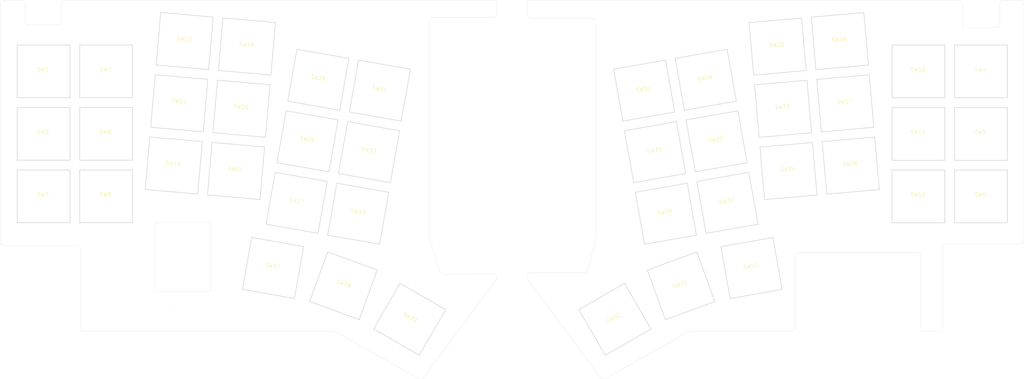
<source format=kicad_pcb>
(kicad_pcb (version 20241229) (generator "pcbnew") (generator_version "9.0")
  (layers (0 "F.Cu" signal) (2 "B.Cu" signal) (13 "F.Paste" user) (15 "B.Paste" user) (5 "F.SilkS" user "F.Silkscreen") (7 "B.SilkS" user "B.Silkscreen") (1 "F.Mask" user) (3 "B.Mask" user) (25 "Edge.Cuts" user))
  (net 0 "")
  (footprint "kicad-lib:SW_Hole_1u_16.6" (layer "F.Cu") (at 226.998621 61.878196 5)
    (property "Reference" "SW23" (at -0.15 -0.5 5) (layer "F.SilkS") (effects (font (thickness 0.1))))
    (property "Value" "SW_Push")
    (fp_line (start -7 -7) (end 7 -7) (stroke (width 0.15)) (layer "Edge.Cuts"))
    (fp_line (start -7 7) (end -7 -7) (stroke (width 0.15)) (layer "Edge.Cuts"))
    (fp_line (start 7 -7) (end 7 7) (stroke (width 0.15)) (layer "Edge.Cuts"))
    (fp_line (start 7 7) (end -7 7) (stroke (width 0.15)) (layer "Edge.Cuts"))
  )
  (footprint "kicad-lib:SW_Hole_1u_16.6" (layer "F.Cu") (at 30.55508 51.93662)
    (property "Reference" "SW1" (at -0.15 -0.5 0) (layer "F.SilkS") (effects (font (thickness 0.1))))
    (property "Value" "SW_Push")
    (fp_line (start -7 -7) (end 7 -7) (stroke (width 0.15)) (layer "Edge.Cuts"))
    (fp_line (start -7 7) (end -7 -7) (stroke (width 0.15)) (layer "Edge.Cuts"))
    (fp_line (start 7 -7) (end 7 7) (stroke (width 0.15)) (layer "Edge.Cuts"))
    (fp_line (start 7 7) (end -7 7) (stroke (width 0.15)) (layer "Edge.Cuts"))
  )
  (footprint "kbd_Hole:m3_Screw_Hole_EdgeCuts" (layer "F.Cu") (at 67 115.067739)
    (property "Reference" "Ref**" (hide yes))
    (property "Value" "Val**" (hide yes))
    (fp_circle (center 0 0) (end 1.6 0) (stroke (width 0.01)) (fill no) (layer "Edge.Cuts"))
  )
  (footprint "kbd_Hole:m3_Screw_Hole_EdgeCuts" (layer "F.Cu") (at 42 39.067739)
    (property "Reference" "Ref**" (hide yes))
    (property "Value" "Val**" (hide yes))
    (fp_circle (center 0 0) (end 1.6 0) (stroke (width 0.01)) (fill no) (layer "Edge.Cuts"))
  )
  (footprint "kicad-lib:SW_Hole_1u_16.6" (layer "F.Cu") (at 103.54728 54.165714 -10)
    (property "Reference" "SW25" (at -0.15 -0.5 350) (layer "F.SilkS") (effects (font (thickness 0.1))))
    (property "Value" "SW_Push")
    (fp_line (start -7 7) (end -7 -7) (stroke (width 0.15)) (layer "Edge.Cuts"))
    (fp_line (start -7 -7) (end 7 -7) (stroke (width 0.15)) (layer "Edge.Cuts"))
    (fp_line (start 7 7) (end -7 7) (stroke (width 0.15)) (layer "Edge.Cuts"))
    (fp_line (start 7 -7) (end 7 7) (stroke (width 0.15)) (layer "Edge.Cuts"))
  )
  (footprint "kicad-lib:SW_Hole_1u_16.6" (layer "F.Cu") (at 47.15508 51.93662)
    (property "Reference" "SW7" (at -0.15 -0.5 0) (layer "F.SilkS") (effects (font (thickness 0.1))))
    (property "Value" "SW_Push")
    (fp_line (start -7 -7) (end 7 -7) (stroke (width 0.15)) (layer "Edge.Cuts"))
    (fp_line (start -7 7) (end -7 -7) (stroke (width 0.15)) (layer "Edge.Cuts"))
    (fp_line (start 7 -7) (end 7 7) (stroke (width 0.15)) (layer "Edge.Cuts"))
    (fp_line (start 7 7) (end -7 7) (stroke (width 0.15)) (layer "Edge.Cuts"))
  )
  (footprint "kbd_Hole:m3_Screw_Hole_EdgeCuts" (layer "F.Cu") (at 129 39)
    (property "Reference" "Ref**" (hide yes))
    (property "Value" "Val**" (hide yes))
    (fp_circle (center 0 0) (end 1.6 0) (stroke (width 0.01)) (fill no) (layer "Edge.Cuts"))
  )
  (footprint "kicad-lib:SW_Hole_1u_16.6" (layer "F.Cu") (at 91.499117 104.159598 -10)
    (property "Reference" "SW37" (at -0.15 -0.5 350) (layer "F.SilkS") (effects (font (thickness 0.1))))
    (property "Value" "SW_Push")
    (fp_line (start -7 7) (end -7 -7) (stroke (width 0.15)) (layer "Edge.Cuts"))
    (fp_line (start -7 -7) (end 7 -7) (stroke (width 0.15)) (layer "Edge.Cuts"))
    (fp_line (start 7 7) (end -7 7) (stroke (width 0.15)) (layer "Edge.Cuts"))
    (fp_line (start 7 -7) (end 7 7) (stroke (width 0.15)) (layer "Edge.Cuts"))
  )
  (footprint "kicad-lib:SW_Hole_1u_16.6" (layer "F.Cu") (at 30.55508 85.13662)
    (property "Reference" "SW3" (at -0.15 -0.5 0) (layer "F.SilkS") (effects (font (thickness 0.1))))
    (property "Value" "SW_Push")
    (fp_line (start -7 -7) (end 7 -7) (stroke (width 0.15)) (layer "Edge.Cuts"))
    (fp_line (start -7 7) (end -7 -7) (stroke (width 0.15)) (layer "Edge.Cuts"))
    (fp_line (start 7 -7) (end 7 7) (stroke (width 0.15)) (layer "Edge.Cuts"))
    (fp_line (start 7 7) (end -7 7) (stroke (width 0.15)) (layer "Edge.Cuts"))
  )
  (footprint "kicad-lib:SW_Hole_1u_16.6" (layer "F.Cu") (at 279.567037 68.554803)
    (property "Reference" "SW5" (at -0.15 -0.5 0) (layer "F.SilkS") (effects (font (thickness 0.1))))
    (property "Value" "SW_Push")
    (fp_line (start -7 -7) (end 7 -7) (stroke (width 0.15)) (layer "Edge.Cuts"))
    (fp_line (start -7 7) (end -7 -7) (stroke (width 0.15)) (layer "Edge.Cuts"))
    (fp_line (start 7 -7) (end 7 7) (stroke (width 0.15)) (layer "Edge.Cuts"))
    (fp_line (start 7 7) (end -7 7) (stroke (width 0.15)) (layer "Edge.Cuts"))
  )
  (footprint "kicad-lib:SW_Hole_1u_16.6" (layer "F.Cu") (at 81.676711 78.396845 -5)
    (property "Reference" "SW21" (at -0.15 -0.5 355) (layer "F.SilkS") (effects (font (thickness 0.1))))
    (property "Value" "SW_Push")
    (fp_line (start -7 7) (end -7 -7) (stroke (width 0.15)) (layer "Edge.Cuts"))
    (fp_line (start -7 -7) (end 7 -7) (stroke (width 0.15)) (layer "Edge.Cuts"))
    (fp_line (start 7 7) (end -7 7) (stroke (width 0.15)) (layer "Edge.Cuts"))
    (fp_line (start 7 -7) (end 7 7) (stroke (width 0.15)) (layer "Edge.Cuts"))
  )
  (footprint "kbd_Hole:m3_Screw_Hole_EdgeCuts" (layer "F.Cu") (at 129 101.067739)
    (property "Reference" "Ref**" (hide yes))
    (property "Value" "Val**" (hide yes))
    (fp_circle (center 0 0) (end 1.6 0) (stroke (width 0.01)) (fill no) (layer "Edge.Cuts"))
  )
  (footprint "kicad-lib:SW_Hole_1u_16.6" (layer "F.Cu") (at 30.55508 68.53662)
    (property "Reference" "SW2" (at -0.15 -0.5 0) (layer "F.SilkS") (effects (font (thickness 0.1))))
    (property "Value" "SW_Push")
    (fp_line (start -7 -7) (end 7 -7) (stroke (width 0.15)) (layer "Edge.Cuts"))
    (fp_line (start -7 7) (end -7 -7) (stroke (width 0.15)) (layer "Edge.Cuts"))
    (fp_line (start 7 -7) (end 7 7) (stroke (width 0.15)) (layer "Edge.Cuts"))
    (fp_line (start 7 7) (end -7 7) (stroke (width 0.15)) (layer "Edge.Cuts"))
  )
  (footprint "kicad-lib:SW_Hole_1u_16.6" (layer "F.Cu") (at 262.967037 51.954803)
    (property "Reference" "SW10" (at -0.15 -0.5 0) (layer "F.SilkS") (effects (font (thickness 0.1))))
    (property "Value" "SW_Push")
    (fp_line (start -7 -7) (end 7 -7) (stroke (width 0.15)) (layer "Edge.Cuts"))
    (fp_line (start -7 7) (end -7 -7) (stroke (width 0.15)) (layer "Edge.Cuts"))
    (fp_line (start 7 -7) (end 7 7) (stroke (width 0.15)) (layer "Edge.Cuts"))
    (fp_line (start 7 7) (end -7 7) (stroke (width 0.15)) (layer "Edge.Cuts"))
  )
  (footprint "kbd_Hole:m3_Screw_Hole_EdgeCuts" (layer "F.Cu") (at 268 39)
    (property "Reference" "Ref**" (hide yes))
    (property "Value" "Val**" (hide yes))
    (fp_circle (center 0 0) (end 1.6 0) (stroke (width 0.01)) (fill no) (layer "Edge.Cuts"))
  )
  (footprint "kbd_Hole:m3_Screw_Hole_EdgeCuts" (layer "F.Cu") (at 181 101.067739)
    (property "Reference" "Ref**" (hide yes))
    (property "Value" "Val**" (hide yes))
    (fp_circle (center 0 0) (end 1.6 0) (stroke (width 0.01)) (fill no) (layer "Edge.Cuts"))
  )
  (footprint "kicad-lib:SW_Hole_1u_16.6" (layer "F.Cu") (at 228.445406 78.415028 5)
    (property "Reference" "SW24" (at -0.15 -0.5 5) (layer "F.SilkS") (effects (font (thickness 0.1))))
    (property "Value" "SW_Push")
    (fp_line (start -7 -7) (end 7 -7) (stroke (width 0.15)) (layer "Edge.Cuts"))
    (fp_line (start -7 7) (end -7 -7) (stroke (width 0.15)) (layer "Edge.Cuts"))
    (fp_line (start 7 -7) (end 7 7) (stroke (width 0.15)) (layer "Edge.Cuts"))
    (fp_line (start 7 7) (end -7 7) (stroke (width 0.15)) (layer "Edge.Cuts"))
  )
  (footprint "kicad-lib:SW_Hole_1u_16.6" (layer "F.Cu") (at 225.551836 45.341364 5)
    (property "Reference" "SW22" (at -0.15 -0.5 5) (layer "F.SilkS") (effects (font (thickness 0.1))))
    (property "Value" "SW_Push")
    (fp_line (start -7 -7) (end 7 -7) (stroke (width 0.15)) (layer "Edge.Cuts"))
    (fp_line (start -7 7) (end -7 -7) (stroke (width 0.15)) (layer "Edge.Cuts"))
    (fp_line (start 7 -7) (end 7 7) (stroke (width 0.15)) (layer "Edge.Cuts"))
    (fp_line (start 7 7) (end -7 7) (stroke (width 0.15)) (layer "Edge.Cuts"))
  )
  (footprint "kicad-lib:SW_Hole_1u_16.6" (layer "F.Cu") (at 68.033449 43.876395 -5)
    (property "Reference" "SW13" (at -0.15 -0.5 355) (layer "F.SilkS") (effects (font (thickness 0.1))))
    (property "Value" "SW_Push")
    (fp_line (start -7 7) (end -7 -7) (stroke (width 0.15)) (layer "Edge.Cuts"))
    (fp_line (start -7 -7) (end 7 -7) (stroke (width 0.15)) (layer "Edge.Cuts"))
    (fp_line (start 7 7) (end -7 7) (stroke (width 0.15)) (layer "Edge.Cuts"))
    (fp_line (start 7 -7) (end 7 7) (stroke (width 0.15)) (layer "Edge.Cuts"))
  )
  (footprint "kicad-lib:SW_Hole_1u_16.6" (layer "F.Cu") (at 127.8 117.8 -30)
    (property "Reference" "SW39" (at -0.15 -0.5 330) (layer "F.SilkS") (effects (font (thickness 0.1))))
    (property "Value" "SW_Push")
    (fp_line (start -7 7) (end -7 -7) (stroke (width 0.15)) (layer "Edge.Cuts"))
    (fp_line (start -7 -7) (end 7 -7) (stroke (width 0.15)) (layer "Edge.Cuts"))
    (fp_line (start 7 7) (end -7 7) (stroke (width 0.15)) (layer "Edge.Cuts"))
    (fp_line (start 7 -7) (end 7 7) (stroke (width 0.15)) (layer "Edge.Cuts"))
  )
  (footprint "kicad-lib:SW_Hole_1u_16.6" (layer "F.Cu") (at 47.15508 68.53662)
    (property "Reference" "SW8" (at -0.15 -0.5 0) (layer "F.SilkS") (effects (font (thickness 0.1))))
    (property "Value" "SW_Push")
    (fp_line (start -7 -7) (end 7 -7) (stroke (width 0.15)) (layer "Edge.Cuts"))
    (fp_line (start -7 7) (end -7 -7) (stroke (width 0.15)) (layer "Edge.Cuts"))
    (fp_line (start 7 -7) (end 7 7) (stroke (width 0.15)) (layer "Edge.Cuts"))
    (fp_line (start 7 7) (end -7 7) (stroke (width 0.15)) (layer "Edge.Cuts"))
  )
  (footprint "kicad-lib:SW_Hole_1u_16.6" (layer "F.Cu") (at 199.910874 108.90175 20)
    (property "Reference" "SW41" (at -0.15 -0.5 20) (layer "F.SilkS") (effects (font (thickness 0.1))))
    (property "Value" "SW_Push")
    (fp_line (start -7 -7) (end 7 -7) (stroke (width 0.15)) (layer "Edge.Cuts"))
    (fp_line (start -7 7) (end -7 -7) (stroke (width 0.15)) (layer "Edge.Cuts"))
    (fp_line (start 7 -7) (end 7 7) (stroke (width 0.15)) (layer "Edge.Cuts"))
    (fp_line (start 7 7) (end -7 7) (stroke (width 0.15)) (layer "Edge.Cuts"))
  )
  (footprint "kicad-lib:SW_Hole_1u_16.6" (layer "F.Cu") (at 262.967037 68.554803)
    (property "Reference" "SW11" (at -0.15 -0.5 0) (layer "F.SilkS") (effects (font (thickness 0.1))))
    (property "Value" "SW_Push")
    (fp_line (start -7 -7) (end 7 -7) (stroke (width 0.15)) (layer "Edge.Cuts"))
    (fp_line (start -7 7) (end -7 -7) (stroke (width 0.15)) (layer "Edge.Cuts"))
    (fp_line (start 7 -7) (end 7 7) (stroke (width 0.15)) (layer "Edge.Cuts"))
    (fp_line (start 7 7) (end -7 7) (stroke (width 0.15)) (layer "Edge.Cuts"))
  )
  (footprint "kicad-lib:SW_Hole_1u_16.6" (layer "F.Cu") (at 279.567037 51.954803)
    (property "Reference" "SW4" (at -0.15 -0.5 0) (layer "F.SilkS") (effects (font (thickness 0.1))))
    (property "Value" "SW_Push")
    (fp_line (start -7 -7) (end 7 -7) (stroke (width 0.15)) (layer "Edge.Cuts"))
    (fp_line (start -7 7) (end -7 -7) (stroke (width 0.15)) (layer "Edge.Cuts"))
    (fp_line (start 7 -7) (end 7 7) (stroke (width 0.15)) (layer "Edge.Cuts"))
    (fp_line (start 7 7) (end -7 7) (stroke (width 0.15)) (layer "Edge.Cuts"))
  )
  (footprint "kicad-lib:SW_Hole_1u_16.6" (layer "F.Cu") (at 65.139879 76.950059 -5)
    (property "Reference" "SW15" (at -0.15 -0.5 355) (layer "F.SilkS") (effects (font (thickness 0.1))))
    (property "Value" "SW_Push")
    (fp_line (start -7 7) (end -7 -7) (stroke (width 0.15)) (layer "Edge.Cuts"))
    (fp_line (start -7 -7) (end 7 -7) (stroke (width 0.15)) (layer "Edge.Cuts"))
    (fp_line (start 7 7) (end -7 7) (stroke (width 0.15)) (layer "Edge.Cuts"))
    (fp_line (start 7 -7) (end 7 7) (stroke (width 0.15)) (layer "Edge.Cuts"))
  )
  (footprint "kicad-lib:SW_Hole_1u_16.6" (layer "F.Cu") (at 212.223502 86.861332 10)
    (property "Reference" "SW30" (at -0.15 -0.5 10) (layer "F.SilkS") (effects (font (thickness 0.1))))
    (property "Value" "SW_Push")
    (fp_line (start -7 -7) (end 7 -7) (stroke (width 0.15)) (layer "Edge.Cuts"))
    (fp_line (start -7 7) (end -7 -7) (stroke (width 0.15)) (layer "Edge.Cuts"))
    (fp_line (start 7 -7) (end 7 7) (stroke (width 0.15)) (layer "Edge.Cuts"))
    (fp_line (start 7 7) (end -7 7) (stroke (width 0.15)) (layer "Edge.Cuts"))
  )
  (footprint "kicad-lib:SW_Hole_1u_16.6" (layer "F.Cu") (at 243.535453 60.43141 5)
    (property "Reference" "SW17" (at -0.15 -0.5 5) (layer "F.SilkS") (effects (font (thickness 0.1))))
    (property "Value" "SW_Push")
    (fp_line (start -7 -7) (end 7 -7) (stroke (width 0.15)) (layer "Edge.Cuts"))
    (fp_line (start -7 7) (end -7 -7) (stroke (width 0.15)) (layer "Edge.Cuts"))
    (fp_line (start 7 -7) (end 7 7) (stroke (width 0.15)) (layer "Edge.Cuts"))
    (fp_line (start 7 7) (end -7 7) (stroke (width 0.15)) (layer "Edge.Cuts"))
  )
  (footprint "kicad-lib:SW_Hole_1u_16.6" (layer "F.Cu") (at 66.586664 60.413227 -5)
    (property "Reference" "SW14" (at -0.15 -0.5 355) (layer "F.SilkS") (effects (font (thickness 0.1))))
    (property "Value" "SW_Push")
    (fp_line (start -7 7) (end -7 -7) (stroke (width 0.15)) (layer "Edge.Cuts"))
    (fp_line (start -7 -7) (end 7 -7) (stroke (width 0.15)) (layer "Edge.Cuts"))
    (fp_line (start 7 7) (end -7 7) (stroke (width 0.15)) (layer "Edge.Cuts"))
    (fp_line (start 7 -7) (end 7 7) (stroke (width 0.15)) (layer "Edge.Cuts"))
  )
  (footprint "kicad-lib:SW_Hole_1u_16.6" (layer "F.Cu") (at 244.982238 76.968242 5)
    (property "Reference" "SW18" (at -0.15 -0.5 5) (layer "F.SilkS") (effects (font (thickness 0.1))))
    (property "Value" "SW_Push")
    (fp_line (start -7 -7) (end 7 -7) (stroke (width 0.15)) (layer "Edge.Cuts"))
    (fp_line (start -7 7) (end -7 -7) (stroke (width 0.15)) (layer "Edge.Cuts"))
    (fp_line (start 7 -7) (end 7 7) (stroke (width 0.15)) (layer "Edge.Cuts"))
    (fp_line (start 7 7) (end -7 7) (stroke (width 0.15)) (layer "Edge.Cuts"))
  )
  (footprint "kicad-lib:SW_Hole_1u_16.6" (layer "F.Cu") (at 279.567037 85.154803)
    (property "Reference" "SW6" (at -0.15 -0.5 0) (layer "F.SilkS") (effects (font (thickness 0.1))))
    (property "Value" "SW_Push")
    (fp_line (start -7 -7) (end 7 -7) (stroke (width 0.15)) (layer "Edge.Cuts"))
    (fp_line (start -7 7) (end -7 -7) (stroke (width 0.15)) (layer "Edge.Cuts"))
    (fp_line (start 7 -7) (end 7 7) (stroke (width 0.15)) (layer "Edge.Cuts"))
    (fp_line (start 7 7) (end -7 7) (stroke (width 0.15)) (layer "Edge.Cuts"))
  )
  (footprint "kicad-lib:SW_Hole_1u_16.6" (layer "F.Cu") (at 119.895089 57.048274 -10)
    (property "Reference" "SW31" (at -0.15 -0.5 350) (layer "F.SilkS") (effects (font (thickness 0.1))))
    (property "Value" "SW_Push")
    (fp_line (start -7 7) (end -7 -7) (stroke (width 0.15)) (layer "Edge.Cuts"))
    (fp_line (start -7 -7) (end 7 -7) (stroke (width 0.15)) (layer "Edge.Cuts"))
    (fp_line (start 7 7) (end -7 7) (stroke (width 0.15)) (layer "Edge.Cuts"))
    (fp_line (start 7 -7) (end 7 7) (stroke (width 0.15)) (layer "Edge.Cuts"))
  )
  (footprint "kbd_Hole:m3_Screw_Hole_EdgeCuts" (layer "F.Cu") (at 249 95)
    (property "Reference" "Ref**" (hide yes))
    (property "Value" "Val**" (hide yes))
    (fp_circle (center 0 0) (end 1.6 0) (stroke (width 0.01)) (fill no) (layer "Edge.Cuts"))
  )
  (footprint "kicad-lib:SW_Hole_1u_16.6" (layer "F.Cu") (at 190.110572 57.048274 10)
    (property "Reference" "SW34" (at -0.15 -0.5 10) (layer "F.SilkS") (effects (font (thickness 0.1))))
    (property "Value" "SW_Push")
    (fp_line (start -7 -7) (end 7 -7) (stroke (width 0.15)) (layer "Edge.Cuts"))
    (fp_line (start -7 7) (end -7 -7) (stroke (width 0.15)) (layer "Edge.Cuts"))
    (fp_line (start 7 -7) (end 7 7) (stroke (width 0.15)) (layer "Edge.Cuts"))
    (fp_line (start 7 7) (end -7 7) (stroke (width 0.15)) (layer "Edge.Cuts"))
  )
  (footprint "kicad-lib:SW_Hole_1u_16.6" (layer "F.Cu") (at 242.088668 43.894578 5)
    (property "Reference" "SW16" (at -0.15 -0.5 5) (layer "F.SilkS") (effects (font (thickness 0.1))))
    (property "Value" "SW_Push")
    (fp_line (start -7 -7) (end 7 -7) (stroke (width 0.15)) (layer "Edge.Cuts"))
    (fp_line (start -7 7) (end -7 -7) (stroke (width 0.15)) (layer "Edge.Cuts"))
    (fp_line (start 7 -7) (end 7 7) (stroke (width 0.15)) (layer "Edge.Cuts"))
    (fp_line (start 7 7) (end -7 7) (stroke (width 0.15)) (layer "Edge.Cuts"))
  )
  (footprint "kicad-lib:SW_Hole_1u_16.6" (layer "F.Cu") (at 192.993133 73.396083 10)
    (property "Reference" "SW35" (at -0.15 -0.5 10) (layer "F.SilkS") (effects (font (thickness 0.1))))
    (property "Value" "SW_Push")
    (fp_line (start -7 -7) (end 7 -7) (stroke (width 0.15)) (layer "Edge.Cuts"))
    (fp_line (start -7 7) (end -7 -7) (stroke (width 0.15)) (layer "Edge.Cuts"))
    (fp_line (start 7 -7) (end 7 7) (stroke (width 0.15)) (layer "Edge.Cuts"))
    (fp_line (start 7 7) (end -7 7) (stroke (width 0.15)) (layer "Edge.Cuts"))
  )
  (footprint "kicad-lib:SW_Hole_1u_16.6" (layer "F.Cu") (at 195.875693 89.743892 10)
    (property "Reference" "SW36" (at -0.15 -0.5 10) (layer "F.SilkS") (effects (font (thickness 0.1))))
    (property "Value" "SW_Push")
    (fp_line (start -7 -7) (end 7 -7) (stroke (width 0.15)) (layer "Edge.Cuts"))
    (fp_line (start -7 7) (end -7 -7) (stroke (width 0.15)) (layer "Edge.Cuts"))
    (fp_line (start 7 -7) (end 7 7) (stroke (width 0.15)) (layer "Edge.Cuts"))
    (fp_line (start 7 7) (end -7 7) (stroke (width 0.15)) (layer "Edge.Cuts"))
  )
  (footprint "kicad-lib:SW_Hole_1u_16.6" (layer "F.Cu") (at 218.623 104.177781 10)
    (property "Reference" "SW40" (at -0.15 -0.5 10) (layer "F.SilkS") (effects (font (thickness 0.1))))
    (property "Value" "SW_Push")
    (fp_line (start -7 -7) (end 7 -7) (stroke (width 0.15)) (layer "Edge.Cuts"))
    (fp_line (start -7 7) (end -7 -7) (stroke (width 0.15)) (layer "Edge.Cuts"))
    (fp_line (start 7 -7) (end 7 7) (stroke (width 0.15)) (layer "Edge.Cuts"))
    (fp_line (start 7 7) (end -7 7) (stroke (width 0.15)) (layer "Edge.Cuts"))
  )
  (footprint "kicad-lib:SW_Hole_1u_16.6" (layer "F.Cu") (at 47.15508 85.13662)
    (property "Reference" "SW9" (at -0.15 -0.5 0) (layer "F.SilkS") (effects (font (thickness 0.1))))
    (property "Value" "SW_Push")
    (fp_line (start -7 -7) (end 7 -7) (stroke (width 0.15)) (layer "Edge.Cuts"))
    (fp_line (start -7 7) (end -7 -7) (stroke (width 0.15)) (layer "Edge.Cuts"))
    (fp_line (start 7 -7) (end 7 7) (stroke (width 0.15)) (layer "Edge.Cuts"))
    (fp_line (start 7 7) (end -7 7) (stroke (width 0.15)) (layer "Edge.Cuts"))
  )
  (footprint "kicad-lib:SW_Hole_1u_16.6" (layer "F.Cu") (at 182.322117 117.8 30)
    (property "Reference" "SW42" (at -0.15 -0.5 30) (layer "F.SilkS") (effects (font (thickness 0.1))))
    (property "Value" "SW_Push")
    (fp_line (start -7 -7) (end 7 -7) (stroke (width 0.15)) (layer "Edge.Cuts"))
    (fp_line (start -7 7) (end -7 -7) (stroke (width 0.15)) (layer "Edge.Cuts"))
    (fp_line (start 7 -7) (end 7 7) (stroke (width 0.15)) (layer "Edge.Cuts"))
    (fp_line (start 7 7) (end -7 7) (stroke (width 0.15)) (layer "Edge.Cuts"))
  )
  (footprint "kicad-lib:SW_Hole_1u_16.6" (layer "F.Cu") (at 100.66472 70.513523 -10)
    (property "Reference" "SW26" (at -0.15 -0.5 350) (layer "F.SilkS") (effects (font (thickness 0.1))))
    (property "Value" "SW_Push")
    (fp_line (start -7 7) (end -7 -7) (stroke (width 0.15)) (layer "Edge.Cuts"))
    (fp_line (start -7 -7) (end 7 -7) (stroke (width 0.15)) (layer "Edge.Cuts"))
    (fp_line (start 7 7) (end -7 7) (stroke (width 0.15)) (layer "Edge.Cuts"))
    (fp_line (start 7 -7) (end 7 7) (stroke (width 0.15)) (layer "Edge.Cuts"))
  )
  (footprint "kicad-lib:SW_Hole_1u_16.6" (layer "F.Cu") (at 206.458381 54.165714 10)
    (property "Reference" "SW28" (at -0.15 -0.5 10) (layer "F.SilkS") (effects (font (thickness 0.1))))
    (property "Value" "SW_Push")
    (fp_line (start -7 -7) (end 7 -7) (stroke (width 0.15)) (layer "Edge.Cuts"))
    (fp_line (start -7 7) (end -7 -7) (stroke (width 0.15)) (layer "Edge.Cuts"))
    (fp_line (start 7 -7) (end 7 7) (stroke (width 0.15)) (layer "Edge.Cuts"))
    (fp_line (start 7 7) (end -7 7) (stroke (width 0.15)) (layer "Edge.Cuts"))
  )
  (footprint "kicad-lib:SW_Hole_1u_16.6" (layer "F.Cu") (at 110.211243 108.883568 -20)
    (property "Reference" "SW38" (at -0.15 -0.5 340) (layer "F.SilkS") (effects (font (thickness 0.1))))
    (property "Value" "SW_Push")
    (fp_line (start -7 7) (end -7 -7) (stroke (width 0.15)) (layer "Edge.Cuts"))
    (fp_line (start -7 -7) (end 7 -7) (stroke (width 0.15)) (layer "Edge.Cuts"))
    (fp_line (start 7 7) (end -7 7) (stroke (width 0.15)) (layer "Edge.Cuts"))
    (fp_line (start 7 -7) (end 7 7) (stroke (width 0.15)) (layer "Edge.Cuts"))
  )
  (footprint "kicad-lib:SW_Hole_1u_16.6" (layer "F.Cu") (at 84.570281 45.323181 -5)
    (property "Reference" "SW19" (at -0.15 -0.5 355) (layer "F.SilkS") (effects (font (thickness 0.1))))
    (property "Value" "SW_Push")
    (fp_line (start -7 7) (end -7 -7) (stroke (width 0.15)) (layer "Edge.Cuts"))
    (fp_line (start -7 -7) (end 7 -7) (stroke (width 0.15)) (layer "Edge.Cuts"))
    (fp_line (start 7 7) (end -7 7) (stroke (width 0.15)) (layer "Edge.Cuts"))
    (fp_line (start 7 -7) (end 7 7) (stroke (width 0.15)) (layer "Edge.Cuts"))
  )
  (footprint "kicad-lib:SW_Hole_1u_16.6" (layer "F.Cu") (at 209.340941 70.513523 10)
    (property "Reference" "SW29" (at -0.15 -0.5 10) (layer "F.SilkS") (effects (font (thickness 0.1))))
    (property "Value" "SW_Push")
    (fp_line (start -7 -7) (end 7 -7) (stroke (width 0.15)) (layer "Edge.Cuts"))
    (fp_line (start -7 7) (end -7 -7) (stroke (width 0.15)) (layer "Edge.Cuts"))
    (fp_line (start 7 -7) (end 7 7) (stroke (width 0.15)) (layer "Edge.Cuts"))
    (fp_line (start 7 7) (end -7 7) (stroke (width 0.15)) (layer "Edge.Cuts"))
  )
  (footprint "kicad-lib:SW_Hole_1u_16.6" (layer "F.Cu") (at 262.967037 85.154803)
    (property "Reference" "SW12" (at -0.15 -0.5 0) (layer "F.SilkS") (effects (font (thickness 0.1))))
    (property "Value" "SW_Push")
    (fp_line (start -7 -7) (end 7 -7) (stroke (width 0.15)) (layer "Edge.Cuts"))
    (fp_line (start -7 7) (end -7 -7) (stroke (width 0.15)) (layer "Edge.Cuts"))
    (fp_line (start 7 -7) (end 7 7) (stroke (width 0.15)) (layer "Edge.Cuts"))
    (fp_line (start 7 7) (end -7 7) (stroke (width 0.15)) (layer "Edge.Cuts"))
  )
  (footprint "kicad-lib:SW_Hole_1u_16.6" (layer "F.Cu") (at 117.012528 73.396083 -10)
    (property "Reference" "SW32" (at -0.15 -0.5 350) (layer "F.SilkS") (effects (font (thickness 0.1))))
    (property "Value" "SW_Push")
    (fp_line (start -7 7) (end -7 -7) (stroke (width 0.15)) (layer "Edge.Cuts"))
    (fp_line (start -7 -7) (end 7 -7) (stroke (width 0.15)) (layer "Edge.Cuts"))
    (fp_line (start 7 7) (end -7 7) (stroke (width 0.15)) (layer "Edge.Cuts"))
    (fp_line (start 7 -7) (end 7 7) (stroke (width 0.15)) (layer "Edge.Cuts"))
  )
  (footprint "kicad-lib:SW_Hole_1u_16.6" (layer "F.Cu") (at 114.129969 89.743892 -10)
    (property "Reference" "SW33" (at -0.15 -0.5 350) (layer "F.SilkS") (effects (font (thickness 0.1))))
    (property "Value" "SW_Push")
    (fp_line (start -7 7) (end -7 -7) (stroke (width 0.15)) (layer "Edge.Cuts"))
    (fp_line (start -7 -7) (end 7 -7) (stroke (width 0.15)) (layer "Edge.Cuts"))
    (fp_line (start 7 7) (end -7 7) (stroke (width 0.15)) (layer "Edge.Cuts"))
    (fp_line (start 7 -7) (end 7 7) (stroke (width 0.15)) (layer "Edge.Cuts"))
  )
  (footprint "kbd_Hole:m3_Screw_Hole_EdgeCuts" (layer "F.Cu") (at 181 39)
    (property "Reference" "Ref**" (hide yes))
    (property "Value" "Val**" (hide yes))
    (fp_circle (center 0 0) (end 1.6 0) (stroke (width 0.01)) (fill no) (layer "Edge.Cuts"))
  )
  (footprint "kicad-lib:SW_Hole_1u_16.6" (layer "F.Cu") (at 83.123496 61.860013 -5)
    (property "Reference" "SW20" (at -0.15 -0.5 355) (layer "F.SilkS") (effects (font (thickness 0.1))))
    (property "Value" "SW_Push")
    (fp_line (start -7 7) (end -7 -7) (stroke (width 0.15)) (layer "Edge.Cuts"))
    (fp_line (start -7 -7) (end 7 -7) (stroke (width 0.15)) (layer "Edge.Cuts"))
    (fp_line (start 7 7) (end -7 7) (stroke (width 0.15)) (layer "Edge.Cuts"))
    (fp_line (start 7 -7) (end 7 7) (stroke (width 0.15)) (layer "Edge.Cuts"))
  )
  (footprint "kicad-lib:SW_Hole_1u_16.6" (layer "F.Cu") (at 97.78216 86.861332 -10)
    (property "Reference" "SW27" (at -0.15 -0.5 350) (layer "F.SilkS") (effects (font (thickness 0.1))))
    (property "Value" "SW_Push")
    (fp_line (start -7 7) (end -7 -7) (stroke (width 0.15)) (layer "Edge.Cuts"))
    (fp_line (start -7 -7) (end 7 -7) (stroke (width 0.15)) (layer "Edge.Cuts"))
    (fp_line (start 7 7) (end -7 7) (stroke (width 0.15)) (layer "Edge.Cuts"))
    (fp_line (start 7 -7) (end 7 7) (stroke (width 0.15)) (layer "Edge.Cuts"))
  )
  (gr_arc (start 35.4 34) (mid 35.692893 33.292893) (end 36.4 33) (stroke (width 0.05)) (layer "Edge.Cuts"))
  (gr_arc (start 290 33) (mid 290.707107 33.292893) (end 291 34) (stroke (width 0.05)) (layer "Edge.Cuts"))
  (gr_line (start 131.526122 133.289735) (end 150.803557 107.265198) (stroke (width 0.05)) (layer "Edge.Cuts"))
  (gr_line (start 290 33) (end 285.6 33) (stroke (width 0.05)) (layer "Edge.Cuts"))
  (gr_arc (start 150 33) (mid 150.707107 33.292893) (end 151 34) (stroke (width 0.05)) (layer "Edge.Cuts"))
  (gr_arc (start 273.6 33) (mid 274.307107 33.292893) (end 274.6 34) (stroke (width 0.05)) (layer "Edge.Cuts"))
  (gr_arc (start 149.986668 105.613511) (mid 150.70237 105.901619) (end 151 106.613422) (stroke (width 0.05)) (layer "Edge.Cuts"))
  (gr_line (start 284.6 39.4) (end 284.6 34) (stroke (width 0.05)) (layer "Edge.Cuts"))
  (gr_line (start 18.997732 33.997727) (end 18.997732 97.2) (stroke (width 0.05)) (layer "Edge.Cuts"))
  (gr_rect (start 60 92.2) (end 75 110.4) (stroke (width 0.05)) (fill no) (layer "Edge.Cuts"))
  (gr_line (start 136.745445 105.790061) (end 149.986668 105.613511) (stroke (width 0.05)) (layer "Edge.Cuts"))
  (gr_line (start 40.4 99.2) (end 40.4 120) (stroke (width 0.05)) (layer "Edge.Cuts"))
  (gr_arc (start 179.769492 133.56507) (mid 179.069564 133.672663) (end 178.473878 133.289735) (stroke (width 0.05)) (layer "Edge.Cuts"))
  (gr_arc (start 175.189366 104.642536) (mid 174.834636 105.188205) (end 174.219224 105.4) (stroke (width 0.05)) (layer "Edge.Cuts"))
  (gr_line (start 290 97.8) (end 270.4 97.8) (stroke (width 0.05)) (layer "Edge.Cuts"))
  (gr_arc (start 284.6 34) (mid 284.892893 33.292893) (end 285.6 33) (stroke (width 0.05)) (layer "Edge.Cuts"))
  (gr_arc (start 35.4 38.6) (mid 35.107107 39.307107) (end 34.4 39.6) (stroke (width 0.05)) (layer "Edge.Cuts"))
  (gr_arc (start 151 36.6) (mid 150.707107 37.307107) (end 150 37.6) (stroke (width 0.05)) (layer "Edge.Cuts"))
  (gr_line (start 150 33) (end 36.4 33) (stroke (width 0.05)) (layer "Edge.Cuts"))
  (gr_arc (start 230.2 120) (mid 229.907107 120.707107) (end 229.2 121) (stroke (width 0.05)) (layer "Edge.Cuts"))
  (gr_line (start 177.170143 96.71943) (end 175.189366 104.642536) (stroke (width 0.05)) (layer "Edge.Cuts"))
  (gr_arc (start 26.6 39.6) (mid 25.892893 39.307107) (end 25.6 38.6) (stroke (width 0.05)) (layer "Edge.Cuts"))
  (gr_arc (start 159.196443 107.265198) (mid 159.050388 106.983372) (end 159 106.66997) (stroke (width 0.05)) (layer "Edge.Cuts"))
  (gr_line (start 263.6 101) (end 263.6 120) (stroke (width 0.05)) (layer "Edge.Cuts"))
  (gr_line (start 230.2 120) (end 230.2 101) (stroke (width 0.05)) (layer "Edge.Cuts"))
  (gr_arc (start 131.526122 133.289735) (mid 130.930436 133.672663) (end 130.230508 133.56507) (stroke (width 0.05)) (layer "Edge.Cuts"))
  (gr_arc (start 230.2 101) (mid 230.492893 100.292893) (end 231.2 100) (stroke (width 0.05)) (layer "Edge.Cuts"))
  (gr_line (start 177.2 38.8) (end 177.2 96.476894) (stroke (width 0.05)) (layer "Edge.Cuts"))
  (gr_arc (start 284.6 39.4) (mid 284.307107 40.107107) (end 283.6 40.4) (stroke (width 0.05)) (layer "Edge.Cuts"))
  (gr_line (start 151 105.6) (end 151 105.6) (stroke (width 0.05)) (layer "Edge.Cuts"))
  (gr_arc (start 151 106.66997) (mid 150.949629 106.983377) (end 150.803557 107.265198) (stroke (width 0.05)) (layer "Edge.Cuts"))
  (gr_arc (start 107.736947 121) (mid 107.991345 121.0329) (end 108.229004 121.129437) (stroke (width 0.05)) (layer "Edge.Cuts"))
  (gr_line (start 174.219224 105.4) (end 160 105.4) (stroke (width 0.05)) (layer "Edge.Cuts"))
  (gr_line (start 291 96.8) (end 291 34) (stroke (width 0.05)) (layer "Edge.Cuts"))
  (gr_line (start 274.6 34) (end 274.6 39.4) (stroke (width 0.05)) (layer "Edge.Cuts"))
  (gr_line (start 41.4 121) (end 107.736947 121) (stroke (width 0.05)) (layer "Edge.Cuts"))
  (gr_line (start 231.2 100) (end 262.6 100) (stroke (width 0.05)) (layer "Edge.Cuts"))
  (gr_line (start 160 37.8) (end 176.2 37.8) (stroke (width 0.05)) (layer "Edge.Cuts"))
  (gr_arc (start 159 106.4) (mid 159.292893 105.692893) (end 160 105.4) (stroke (width 0.05)) (layer "Edge.Cuts"))
  (gr_arc (start 18.997732 33.997727) (mid 19.291429 33.2921) (end 19.99773 33) (stroke (width 0.05)) (layer "Edge.Cuts"))
  (gr_line (start 151 106.67) (end 151 106.613422) (stroke (width 0.05)) (layer "Edge.Cuts"))
  (gr_arc (start 269.4 120) (mid 269.107107 120.707107) (end 268.4 121) (stroke (width 0.05)) (layer "Edge.Cuts"))
  (gr_arc (start 291 96.8) (mid 290.707107 97.507107) (end 290 97.8) (stroke (width 0.05)) (layer "Edge.Cuts"))
  (gr_arc (start 133.04552 96.345664) (mid 133.011447 96.198253) (end 133 96.047389) (stroke (width 0.05)) (layer "Edge.Cuts"))
  (gr_line (start 269.4 98.8) (end 269.4 120) (stroke (width 0.05)) (layer "Edge.Cuts"))
  (gr_line (start 159.196443 107.265198) (end 178.473878 133.289735) (stroke (width 0.05)) (layer "Edge.Cuts"))
  (gr_line (start 108.229004 121.129437) (end 130.230508 133.56507) (stroke (width 0.05)) (layer "Edge.Cuts"))
  (gr_arc (start 269.4 98.8) (mid 269.692893 98.092893) (end 270.4 97.8) (stroke (width 0.05)) (layer "Edge.Cuts"))
  (gr_line (start 202.263053 121) (end 229.2 121) (stroke (width 0.05)) (layer "Edge.Cuts"))
  (gr_line (start 39.4 98.2) (end 19.997732 98.2) (stroke (width 0.05)) (layer "Edge.Cuts"))
  (gr_arc (start 177.2 96.476894) (mid 177.192508 96.599078) (end 177.170143 96.71943) (stroke (width 0.05)) (layer "Edge.Cuts"))
  (gr_arc (start 41.4 121) (mid 40.692893 120.707107) (end 40.4 120) (stroke (width 0.05)) (layer "Edge.Cuts"))
  (gr_arc (start 264.6 121) (mid 263.892893 120.707107) (end 263.6 120) (stroke (width 0.05)) (layer "Edge.Cuts"))
  (gr_arc (start 201.770996 121.129437) (mid 202.008655 121.0329) (end 202.263053 121) (stroke (width 0.05)) (layer "Edge.Cuts"))
  (gr_arc (start 176.2 37.8) (mid 176.907107 38.092893) (end 177.2 38.8) (stroke (width 0.05)) (layer "Edge.Cuts"))
  (gr_arc (start 159 34) (mid 159.292893 33.292893) (end 160 33) (stroke (width 0.05)) (layer "Edge.Cuts"))
  (gr_arc (start 262.6 100) (mid 263.307107 100.292893) (end 263.6 101) (stroke (width 0.05)) (layer "Edge.Cuts"))
  (gr_line (start 133.04552 96.345664) (end 135.777633 105.088425) (stroke (width 0.05)) (layer "Edge.Cuts"))
  (gr_line (start 25.6 34) (end 25.6 38.6) (stroke (width 0.05)) (layer "Edge.Cuts"))
  (gr_arc (start 39.4 98.2) (mid 40.107107 98.492893) (end 40.4 99.2) (stroke (width 0.05)) (layer "Edge.Cuts"))
  (gr_line (start 24.6 33) (end 19.99773 33) (stroke (width 0.05)) (layer "Edge.Cuts"))
  (gr_line (start 151 36.6) (end 151 34) (stroke (width 0.05)) (layer "Edge.Cuts"))
  (gr_line (start 268.4 121) (end 264.6 121) (stroke (width 0.05)) (layer "Edge.Cuts"))
  (gr_line (start 150 37.6) (end 134 37.6) (stroke (width 0.05)) (layer "Edge.Cuts"))
  (gr_line (start 35.4 38.6) (end 35.4 34) (stroke (width 0.05)) (layer "Edge.Cuts"))
  (gr_arc (start 160 37.8) (mid 159.292893 37.507107) (end 159 36.8) (stroke (width 0.05)) (layer "Edge.Cuts"))
  (gr_line (start 26.6 39.6) (end 34.4 39.6) (stroke (width 0.05)) (layer "Edge.Cuts"))
  (gr_arc (start 275.6 40.4) (mid 274.892893 40.107107) (end 274.6 39.4) (stroke (width 0.05)) (layer "Edge.Cuts"))
  (gr_line (start 179.769492 133.56507) (end 201.770996 121.129437) (stroke (width 0.05)) (layer "Edge.Cuts"))
  (gr_line (start 159 106.4) (end 159 106.66997) (stroke (width 0.05)) (layer "Edge.Cuts"))
  (gr_line (start 273.6 33) (end 160 33) (stroke (width 0.05)) (layer "Edge.Cuts"))
  (gr_line (start 133 38.6) (end 133 96.047389) (stroke (width 0.05)) (layer "Edge.Cuts"))
  (gr_arc (start 19.997732 98.2) (mid 19.290625 97.907107) (end 18.997732 97.2) (stroke (width 0.05)) (layer "Edge.Cuts"))
  (gr_arc (start 133 38.6) (mid 133.292893 37.892893) (end 134 37.6) (stroke (width 0.05)) (layer "Edge.Cuts"))
  (gr_arc (start 136.745445 105.790061) (mid 136.145144 105.599781) (end 135.777633 105.088425) (stroke (width 0.05)) (layer "Edge.Cuts"))
  (gr_line (start 275.6 40.4) (end 283.6 40.4) (stroke (width 0.05)) (layer "Edge.Cuts"))
  (gr_arc (start 24.6 33) (mid 25.307107 33.292893) (end 25.6 34) (stroke (width 0.05)) (layer "Edge.Cuts"))
  (gr_line (start 159 34) (end 159 36.8) (stroke (width 0.05)) (layer "Edge.Cuts"))
)
</source>
